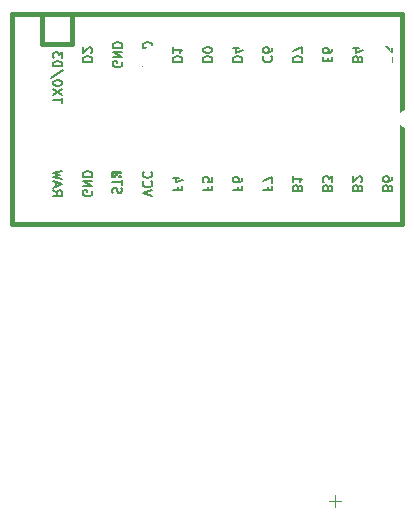
<source format=gbo>
%TF.GenerationSoftware,KiCad,Pcbnew,5.99.0+really5.1.10+dfsg1-1*%
%TF.CreationDate,2021-06-06T12:38:46-04:00*%
%TF.ProjectId,5x1_knob,3578315f-6b6e-46f6-922e-6b696361645f,rev?*%
%TF.SameCoordinates,Original*%
%TF.FileFunction,Legend,Bot*%
%TF.FilePolarity,Positive*%
%FSLAX46Y46*%
G04 Gerber Fmt 4.6, Leading zero omitted, Abs format (unit mm)*
G04 Created by KiCad (PCBNEW 5.99.0+really5.1.10+dfsg1-1) date 2021-06-06 12:38:46*
%MOMM*%
%LPD*%
G01*
G04 APERTURE LIST*
%ADD10C,0.120000*%
%ADD11C,0.381000*%
%ADD12C,0.150000*%
%ADD13C,2.000000*%
%ADD14R,3.200001X2.000000*%
%ADD15C,1.752600*%
%ADD16O,1.000000X1.000000*%
%ADD17O,1.700000X1.700000*%
%ADD18C,1.700000*%
%ADD19C,3.200000*%
%ADD20C,2.250000*%
%ADD21C,3.987800*%
%ADD22C,1.750000*%
G04 APERTURE END LIST*
D10*
%TO.C,SW_1*%
X25598500Y-41846500D02*
X26598500Y-41846500D01*
X26098500Y-41346500D02*
X26098500Y-42346500D01*
D11*
%TO.C,U1*%
X1270000Y-3175000D02*
X1270000Y-635000D01*
X-1270000Y-635000D02*
X1270000Y-635000D01*
X-1270000Y-18415000D02*
X-1270000Y-635000D01*
X1270000Y-18415000D02*
X-1270000Y-18415000D01*
D12*
G36*
X7749360Y-14456568D02*
G01*
X7949360Y-14456568D01*
X7949360Y-14356568D01*
X7749360Y-14356568D01*
X7749360Y-14456568D01*
G37*
X7749360Y-14456568D02*
X7949360Y-14456568D01*
X7949360Y-14356568D01*
X7749360Y-14356568D01*
X7749360Y-14456568D01*
G36*
X7149360Y-14056568D02*
G01*
X7949360Y-14056568D01*
X7949360Y-13956568D01*
X7149360Y-13956568D01*
X7149360Y-14056568D01*
G37*
X7149360Y-14056568D02*
X7949360Y-14056568D01*
X7949360Y-13956568D01*
X7149360Y-13956568D01*
X7149360Y-14056568D01*
G36*
X7149360Y-14456568D02*
G01*
X7249360Y-14456568D01*
X7249360Y-13956568D01*
X7149360Y-13956568D01*
X7149360Y-14456568D01*
G37*
X7149360Y-14456568D02*
X7249360Y-14456568D01*
X7249360Y-13956568D01*
X7149360Y-13956568D01*
X7149360Y-14456568D01*
G36*
X7549360Y-14256568D02*
G01*
X7649360Y-14256568D01*
X7649360Y-14156568D01*
X7549360Y-14156568D01*
X7549360Y-14256568D01*
G37*
X7549360Y-14256568D02*
X7649360Y-14256568D01*
X7649360Y-14156568D01*
X7549360Y-14156568D01*
X7549360Y-14256568D01*
G36*
X7149360Y-14456568D02*
G01*
X7449360Y-14456568D01*
X7449360Y-14356568D01*
X7149360Y-14356568D01*
X7149360Y-14456568D01*
G37*
X7149360Y-14456568D02*
X7449360Y-14456568D01*
X7449360Y-14356568D01*
X7149360Y-14356568D01*
X7149360Y-14456568D01*
D11*
X3810000Y-3175000D02*
X3810000Y-635000D01*
X1270000Y-3175000D02*
X3810000Y-3175000D01*
X31750000Y-18415000D02*
X1270000Y-18415000D01*
X31750000Y-635000D02*
X31750000Y-18415000D01*
X1270000Y-635000D02*
X31750000Y-635000D01*
D12*
X2978095Y-8143604D02*
X2978095Y-7686461D01*
X2178095Y-7915032D02*
X2978095Y-7915032D01*
X2978095Y-7495985D02*
X2178095Y-6962651D01*
X2978095Y-6962651D02*
X2178095Y-7495985D01*
X2978095Y-6505508D02*
X2978095Y-6429318D01*
X2940000Y-6353128D01*
X2901904Y-6315032D01*
X2825714Y-6276937D01*
X2673333Y-6238842D01*
X2482857Y-6238842D01*
X2330476Y-6276937D01*
X2254285Y-6315032D01*
X2216190Y-6353128D01*
X2178095Y-6429318D01*
X2178095Y-6505508D01*
X2216190Y-6581699D01*
X2254285Y-6619794D01*
X2330476Y-6657889D01*
X2482857Y-6695985D01*
X2673333Y-6695985D01*
X2825714Y-6657889D01*
X2901904Y-6619794D01*
X2940000Y-6581699D01*
X2978095Y-6505508D01*
X3016190Y-5324556D02*
X1987619Y-6010270D01*
X2178095Y-5057889D02*
X2978095Y-5057889D01*
X2978095Y-4867413D01*
X2940000Y-4753128D01*
X2863809Y-4676937D01*
X2787619Y-4638842D01*
X2635238Y-4600747D01*
X2520952Y-4600747D01*
X2368571Y-4638842D01*
X2292380Y-4676937D01*
X2216190Y-4753128D01*
X2178095Y-4867413D01*
X2178095Y-5057889D01*
X2978095Y-4334080D02*
X2978095Y-3838842D01*
X2673333Y-4105508D01*
X2673333Y-3991223D01*
X2635238Y-3915032D01*
X2597142Y-3876937D01*
X2520952Y-3838842D01*
X2330476Y-3838842D01*
X2254285Y-3876937D01*
X2216190Y-3915032D01*
X2178095Y-3991223D01*
X2178095Y-4219794D01*
X2216190Y-4295985D01*
X2254285Y-4334080D01*
X4718095Y-4654476D02*
X5518095Y-4654476D01*
X5518095Y-4464000D01*
X5480000Y-4349714D01*
X5403809Y-4273523D01*
X5327619Y-4235428D01*
X5175238Y-4197333D01*
X5060952Y-4197333D01*
X4908571Y-4235428D01*
X4832380Y-4273523D01*
X4756190Y-4349714D01*
X4718095Y-4464000D01*
X4718095Y-4654476D01*
X5441904Y-3892571D02*
X5480000Y-3854476D01*
X5518095Y-3778285D01*
X5518095Y-3587809D01*
X5480000Y-3511619D01*
X5441904Y-3473523D01*
X5365714Y-3435428D01*
X5289523Y-3435428D01*
X5175238Y-3473523D01*
X4718095Y-3930666D01*
X4718095Y-3435428D01*
X14878095Y-4654476D02*
X15678095Y-4654476D01*
X15678095Y-4464000D01*
X15640000Y-4349714D01*
X15563809Y-4273523D01*
X15487619Y-4235428D01*
X15335238Y-4197333D01*
X15220952Y-4197333D01*
X15068571Y-4235428D01*
X14992380Y-4273523D01*
X14916190Y-4349714D01*
X14878095Y-4464000D01*
X14878095Y-4654476D01*
X15678095Y-3702095D02*
X15678095Y-3625904D01*
X15640000Y-3549714D01*
X15601904Y-3511619D01*
X15525714Y-3473523D01*
X15373333Y-3435428D01*
X15182857Y-3435428D01*
X15030476Y-3473523D01*
X14954285Y-3511619D01*
X14916190Y-3549714D01*
X14878095Y-3625904D01*
X14878095Y-3702095D01*
X14916190Y-3778285D01*
X14954285Y-3816380D01*
X15030476Y-3854476D01*
X15182857Y-3892571D01*
X15373333Y-3892571D01*
X15525714Y-3854476D01*
X15601904Y-3816380D01*
X15640000Y-3778285D01*
X15678095Y-3702095D01*
X12338095Y-4654476D02*
X13138095Y-4654476D01*
X13138095Y-4464000D01*
X13100000Y-4349714D01*
X13023809Y-4273523D01*
X12947619Y-4235428D01*
X12795238Y-4197333D01*
X12680952Y-4197333D01*
X12528571Y-4235428D01*
X12452380Y-4273523D01*
X12376190Y-4349714D01*
X12338095Y-4464000D01*
X12338095Y-4654476D01*
X12338095Y-3435428D02*
X12338095Y-3892571D01*
X12338095Y-3664000D02*
X13138095Y-3664000D01*
X13023809Y-3740190D01*
X12947619Y-3816380D01*
X12909523Y-3892571D01*
X10560000Y-4673523D02*
X10598095Y-4749714D01*
X10598095Y-4864000D01*
X10560000Y-4978285D01*
X10483809Y-5054476D01*
X10407619Y-5092571D01*
X10255238Y-5130666D01*
X10140952Y-5130666D01*
X9988571Y-5092571D01*
X9912380Y-5054476D01*
X9836190Y-4978285D01*
X9798095Y-4864000D01*
X9798095Y-4787809D01*
X9836190Y-4673523D01*
X9874285Y-4635428D01*
X10140952Y-4635428D01*
X10140952Y-4787809D01*
X9798095Y-4292571D02*
X10598095Y-4292571D01*
X9798095Y-3835428D01*
X10598095Y-3835428D01*
X9798095Y-3454476D02*
X10598095Y-3454476D01*
X10598095Y-3264000D01*
X10560000Y-3149714D01*
X10483809Y-3073523D01*
X10407619Y-3035428D01*
X10255238Y-2997333D01*
X10140952Y-2997333D01*
X9988571Y-3035428D01*
X9912380Y-3073523D01*
X9836190Y-3149714D01*
X9798095Y-3264000D01*
X9798095Y-3454476D01*
X8020000Y-4673523D02*
X8058095Y-4749714D01*
X8058095Y-4864000D01*
X8020000Y-4978285D01*
X7943809Y-5054476D01*
X7867619Y-5092571D01*
X7715238Y-5130666D01*
X7600952Y-5130666D01*
X7448571Y-5092571D01*
X7372380Y-5054476D01*
X7296190Y-4978285D01*
X7258095Y-4864000D01*
X7258095Y-4787809D01*
X7296190Y-4673523D01*
X7334285Y-4635428D01*
X7600952Y-4635428D01*
X7600952Y-4787809D01*
X7258095Y-4292571D02*
X8058095Y-4292571D01*
X7258095Y-3835428D01*
X8058095Y-3835428D01*
X7258095Y-3454476D02*
X8058095Y-3454476D01*
X8058095Y-3264000D01*
X8020000Y-3149714D01*
X7943809Y-3073523D01*
X7867619Y-3035428D01*
X7715238Y-2997333D01*
X7600952Y-2997333D01*
X7448571Y-3035428D01*
X7372380Y-3073523D01*
X7296190Y-3149714D01*
X7258095Y-3264000D01*
X7258095Y-3454476D01*
X17418095Y-4654476D02*
X18218095Y-4654476D01*
X18218095Y-4464000D01*
X18180000Y-4349714D01*
X18103809Y-4273523D01*
X18027619Y-4235428D01*
X17875238Y-4197333D01*
X17760952Y-4197333D01*
X17608571Y-4235428D01*
X17532380Y-4273523D01*
X17456190Y-4349714D01*
X17418095Y-4464000D01*
X17418095Y-4654476D01*
X17951428Y-3511619D02*
X17418095Y-3511619D01*
X18256190Y-3702095D02*
X17684761Y-3892571D01*
X17684761Y-3397333D01*
X20034285Y-4197333D02*
X19996190Y-4235428D01*
X19958095Y-4349714D01*
X19958095Y-4425904D01*
X19996190Y-4540190D01*
X20072380Y-4616380D01*
X20148571Y-4654476D01*
X20300952Y-4692571D01*
X20415238Y-4692571D01*
X20567619Y-4654476D01*
X20643809Y-4616380D01*
X20720000Y-4540190D01*
X20758095Y-4425904D01*
X20758095Y-4349714D01*
X20720000Y-4235428D01*
X20681904Y-4197333D01*
X20758095Y-3511619D02*
X20758095Y-3664000D01*
X20720000Y-3740190D01*
X20681904Y-3778285D01*
X20567619Y-3854476D01*
X20415238Y-3892571D01*
X20110476Y-3892571D01*
X20034285Y-3854476D01*
X19996190Y-3816380D01*
X19958095Y-3740190D01*
X19958095Y-3587809D01*
X19996190Y-3511619D01*
X20034285Y-3473523D01*
X20110476Y-3435428D01*
X20300952Y-3435428D01*
X20377142Y-3473523D01*
X20415238Y-3511619D01*
X20453333Y-3587809D01*
X20453333Y-3740190D01*
X20415238Y-3816380D01*
X20377142Y-3854476D01*
X20300952Y-3892571D01*
X22498095Y-4654476D02*
X23298095Y-4654476D01*
X23298095Y-4464000D01*
X23260000Y-4349714D01*
X23183809Y-4273523D01*
X23107619Y-4235428D01*
X22955238Y-4197333D01*
X22840952Y-4197333D01*
X22688571Y-4235428D01*
X22612380Y-4273523D01*
X22536190Y-4349714D01*
X22498095Y-4464000D01*
X22498095Y-4654476D01*
X23298095Y-3930666D02*
X23298095Y-3397333D01*
X22498095Y-3740190D01*
X25457142Y-4616380D02*
X25457142Y-4349714D01*
X25038095Y-4235428D02*
X25038095Y-4616380D01*
X25838095Y-4616380D01*
X25838095Y-4235428D01*
X25838095Y-3549714D02*
X25838095Y-3702095D01*
X25800000Y-3778285D01*
X25761904Y-3816380D01*
X25647619Y-3892571D01*
X25495238Y-3930666D01*
X25190476Y-3930666D01*
X25114285Y-3892571D01*
X25076190Y-3854476D01*
X25038095Y-3778285D01*
X25038095Y-3625904D01*
X25076190Y-3549714D01*
X25114285Y-3511619D01*
X25190476Y-3473523D01*
X25380952Y-3473523D01*
X25457142Y-3511619D01*
X25495238Y-3549714D01*
X25533333Y-3625904D01*
X25533333Y-3778285D01*
X25495238Y-3854476D01*
X25457142Y-3892571D01*
X25380952Y-3930666D01*
X27997142Y-4387809D02*
X27959047Y-4273523D01*
X27920952Y-4235428D01*
X27844761Y-4197333D01*
X27730476Y-4197333D01*
X27654285Y-4235428D01*
X27616190Y-4273523D01*
X27578095Y-4349714D01*
X27578095Y-4654476D01*
X28378095Y-4654476D01*
X28378095Y-4387809D01*
X28340000Y-4311619D01*
X28301904Y-4273523D01*
X28225714Y-4235428D01*
X28149523Y-4235428D01*
X28073333Y-4273523D01*
X28035238Y-4311619D01*
X27997142Y-4387809D01*
X27997142Y-4654476D01*
X28111428Y-3511619D02*
X27578095Y-3511619D01*
X28416190Y-3702095D02*
X27844761Y-3892571D01*
X27844761Y-3397333D01*
X30537142Y-4387809D02*
X30499047Y-4273523D01*
X30460952Y-4235428D01*
X30384761Y-4197333D01*
X30270476Y-4197333D01*
X30194285Y-4235428D01*
X30156190Y-4273523D01*
X30118095Y-4349714D01*
X30118095Y-4654476D01*
X30918095Y-4654476D01*
X30918095Y-4387809D01*
X30880000Y-4311619D01*
X30841904Y-4273523D01*
X30765714Y-4235428D01*
X30689523Y-4235428D01*
X30613333Y-4273523D01*
X30575238Y-4311619D01*
X30537142Y-4387809D01*
X30537142Y-4654476D01*
X30918095Y-3473523D02*
X30918095Y-3854476D01*
X30537142Y-3892571D01*
X30575238Y-3854476D01*
X30613333Y-3778285D01*
X30613333Y-3587809D01*
X30575238Y-3511619D01*
X30537142Y-3473523D01*
X30460952Y-3435428D01*
X30270476Y-3435428D01*
X30194285Y-3473523D01*
X30156190Y-3511619D01*
X30118095Y-3587809D01*
X30118095Y-3778285D01*
X30156190Y-3854476D01*
X30194285Y-3892571D01*
X30537142Y-15309809D02*
X30499047Y-15195523D01*
X30460952Y-15157428D01*
X30384761Y-15119333D01*
X30270476Y-15119333D01*
X30194285Y-15157428D01*
X30156190Y-15195523D01*
X30118095Y-15271714D01*
X30118095Y-15576476D01*
X30918095Y-15576476D01*
X30918095Y-15309809D01*
X30880000Y-15233619D01*
X30841904Y-15195523D01*
X30765714Y-15157428D01*
X30689523Y-15157428D01*
X30613333Y-15195523D01*
X30575238Y-15233619D01*
X30537142Y-15309809D01*
X30537142Y-15576476D01*
X30918095Y-14433619D02*
X30918095Y-14586000D01*
X30880000Y-14662190D01*
X30841904Y-14700285D01*
X30727619Y-14776476D01*
X30575238Y-14814571D01*
X30270476Y-14814571D01*
X30194285Y-14776476D01*
X30156190Y-14738380D01*
X30118095Y-14662190D01*
X30118095Y-14509809D01*
X30156190Y-14433619D01*
X30194285Y-14395523D01*
X30270476Y-14357428D01*
X30460952Y-14357428D01*
X30537142Y-14395523D01*
X30575238Y-14433619D01*
X30613333Y-14509809D01*
X30613333Y-14662190D01*
X30575238Y-14738380D01*
X30537142Y-14776476D01*
X30460952Y-14814571D01*
X25457142Y-15309809D02*
X25419047Y-15195523D01*
X25380952Y-15157428D01*
X25304761Y-15119333D01*
X25190476Y-15119333D01*
X25114285Y-15157428D01*
X25076190Y-15195523D01*
X25038095Y-15271714D01*
X25038095Y-15576476D01*
X25838095Y-15576476D01*
X25838095Y-15309809D01*
X25800000Y-15233619D01*
X25761904Y-15195523D01*
X25685714Y-15157428D01*
X25609523Y-15157428D01*
X25533333Y-15195523D01*
X25495238Y-15233619D01*
X25457142Y-15309809D01*
X25457142Y-15576476D01*
X25838095Y-14852666D02*
X25838095Y-14357428D01*
X25533333Y-14624095D01*
X25533333Y-14509809D01*
X25495238Y-14433619D01*
X25457142Y-14395523D01*
X25380952Y-14357428D01*
X25190476Y-14357428D01*
X25114285Y-14395523D01*
X25076190Y-14433619D01*
X25038095Y-14509809D01*
X25038095Y-14738380D01*
X25076190Y-14814571D01*
X25114285Y-14852666D01*
X22917142Y-15309809D02*
X22879047Y-15195523D01*
X22840952Y-15157428D01*
X22764761Y-15119333D01*
X22650476Y-15119333D01*
X22574285Y-15157428D01*
X22536190Y-15195523D01*
X22498095Y-15271714D01*
X22498095Y-15576476D01*
X23298095Y-15576476D01*
X23298095Y-15309809D01*
X23260000Y-15233619D01*
X23221904Y-15195523D01*
X23145714Y-15157428D01*
X23069523Y-15157428D01*
X22993333Y-15195523D01*
X22955238Y-15233619D01*
X22917142Y-15309809D01*
X22917142Y-15576476D01*
X22498095Y-14357428D02*
X22498095Y-14814571D01*
X22498095Y-14586000D02*
X23298095Y-14586000D01*
X23183809Y-14662190D01*
X23107619Y-14738380D01*
X23069523Y-14814571D01*
X12757142Y-15252666D02*
X12757142Y-15519333D01*
X12338095Y-15519333D02*
X13138095Y-15519333D01*
X13138095Y-15138380D01*
X12871428Y-14490761D02*
X12338095Y-14490761D01*
X13176190Y-14681238D02*
X12604761Y-14871714D01*
X12604761Y-14376476D01*
X10598095Y-16052666D02*
X9798095Y-15786000D01*
X10598095Y-15519333D01*
X9874285Y-14795523D02*
X9836190Y-14833619D01*
X9798095Y-14947904D01*
X9798095Y-15024095D01*
X9836190Y-15138380D01*
X9912380Y-15214571D01*
X9988571Y-15252666D01*
X10140952Y-15290761D01*
X10255238Y-15290761D01*
X10407619Y-15252666D01*
X10483809Y-15214571D01*
X10560000Y-15138380D01*
X10598095Y-15024095D01*
X10598095Y-14947904D01*
X10560000Y-14833619D01*
X10521904Y-14795523D01*
X9874285Y-13995523D02*
X9836190Y-14033619D01*
X9798095Y-14147904D01*
X9798095Y-14224095D01*
X9836190Y-14338380D01*
X9912380Y-14414571D01*
X9988571Y-14452666D01*
X10140952Y-14490761D01*
X10255238Y-14490761D01*
X10407619Y-14452666D01*
X10483809Y-14414571D01*
X10560000Y-14338380D01*
X10598095Y-14224095D01*
X10598095Y-14147904D01*
X10560000Y-14033619D01*
X10521904Y-13995523D01*
X7266190Y-15791453D02*
X7228095Y-15677167D01*
X7228095Y-15486691D01*
X7266190Y-15410500D01*
X7304285Y-15372405D01*
X7380476Y-15334310D01*
X7456666Y-15334310D01*
X7532857Y-15372405D01*
X7570952Y-15410500D01*
X7609047Y-15486691D01*
X7647142Y-15639072D01*
X7685238Y-15715262D01*
X7723333Y-15753358D01*
X7799523Y-15791453D01*
X7875714Y-15791453D01*
X7951904Y-15753358D01*
X7990000Y-15715262D01*
X8028095Y-15639072D01*
X8028095Y-15448596D01*
X7990000Y-15334310D01*
X8028095Y-15105739D02*
X8028095Y-14648596D01*
X7228095Y-14877167D02*
X8028095Y-14877167D01*
X5480000Y-15595523D02*
X5518095Y-15671714D01*
X5518095Y-15786000D01*
X5480000Y-15900285D01*
X5403809Y-15976476D01*
X5327619Y-16014571D01*
X5175238Y-16052666D01*
X5060952Y-16052666D01*
X4908571Y-16014571D01*
X4832380Y-15976476D01*
X4756190Y-15900285D01*
X4718095Y-15786000D01*
X4718095Y-15709809D01*
X4756190Y-15595523D01*
X4794285Y-15557428D01*
X5060952Y-15557428D01*
X5060952Y-15709809D01*
X4718095Y-15214571D02*
X5518095Y-15214571D01*
X4718095Y-14757428D01*
X5518095Y-14757428D01*
X4718095Y-14376476D02*
X5518095Y-14376476D01*
X5518095Y-14186000D01*
X5480000Y-14071714D01*
X5403809Y-13995523D01*
X5327619Y-13957428D01*
X5175238Y-13919333D01*
X5060952Y-13919333D01*
X4908571Y-13957428D01*
X4832380Y-13995523D01*
X4756190Y-14071714D01*
X4718095Y-14186000D01*
X4718095Y-14376476D01*
X2178095Y-15538380D02*
X2559047Y-15805047D01*
X2178095Y-15995523D02*
X2978095Y-15995523D01*
X2978095Y-15690761D01*
X2940000Y-15614571D01*
X2901904Y-15576476D01*
X2825714Y-15538380D01*
X2711428Y-15538380D01*
X2635238Y-15576476D01*
X2597142Y-15614571D01*
X2559047Y-15690761D01*
X2559047Y-15995523D01*
X2406666Y-15233619D02*
X2406666Y-14852666D01*
X2178095Y-15309809D02*
X2978095Y-15043142D01*
X2178095Y-14776476D01*
X2978095Y-14586000D02*
X2178095Y-14395523D01*
X2749523Y-14243142D01*
X2178095Y-14090761D01*
X2978095Y-13900285D01*
X15297142Y-15252666D02*
X15297142Y-15519333D01*
X14878095Y-15519333D02*
X15678095Y-15519333D01*
X15678095Y-15138380D01*
X15678095Y-14452666D02*
X15678095Y-14833619D01*
X15297142Y-14871714D01*
X15335238Y-14833619D01*
X15373333Y-14757428D01*
X15373333Y-14566952D01*
X15335238Y-14490761D01*
X15297142Y-14452666D01*
X15220952Y-14414571D01*
X15030476Y-14414571D01*
X14954285Y-14452666D01*
X14916190Y-14490761D01*
X14878095Y-14566952D01*
X14878095Y-14757428D01*
X14916190Y-14833619D01*
X14954285Y-14871714D01*
X17837142Y-15252666D02*
X17837142Y-15519333D01*
X17418095Y-15519333D02*
X18218095Y-15519333D01*
X18218095Y-15138380D01*
X18218095Y-14490761D02*
X18218095Y-14643142D01*
X18180000Y-14719333D01*
X18141904Y-14757428D01*
X18027619Y-14833619D01*
X17875238Y-14871714D01*
X17570476Y-14871714D01*
X17494285Y-14833619D01*
X17456190Y-14795523D01*
X17418095Y-14719333D01*
X17418095Y-14566952D01*
X17456190Y-14490761D01*
X17494285Y-14452666D01*
X17570476Y-14414571D01*
X17760952Y-14414571D01*
X17837142Y-14452666D01*
X17875238Y-14490761D01*
X17913333Y-14566952D01*
X17913333Y-14719333D01*
X17875238Y-14795523D01*
X17837142Y-14833619D01*
X17760952Y-14871714D01*
X20377142Y-15252666D02*
X20377142Y-15519333D01*
X19958095Y-15519333D02*
X20758095Y-15519333D01*
X20758095Y-15138380D01*
X20758095Y-14909809D02*
X20758095Y-14376476D01*
X19958095Y-14719333D01*
X27997142Y-15309809D02*
X27959047Y-15195523D01*
X27920952Y-15157428D01*
X27844761Y-15119333D01*
X27730476Y-15119333D01*
X27654285Y-15157428D01*
X27616190Y-15195523D01*
X27578095Y-15271714D01*
X27578095Y-15576476D01*
X28378095Y-15576476D01*
X28378095Y-15309809D01*
X28340000Y-15233619D01*
X28301904Y-15195523D01*
X28225714Y-15157428D01*
X28149523Y-15157428D01*
X28073333Y-15195523D01*
X28035238Y-15233619D01*
X27997142Y-15309809D01*
X27997142Y-15576476D01*
X28301904Y-14814571D02*
X28340000Y-14776476D01*
X28378095Y-14700285D01*
X28378095Y-14509809D01*
X28340000Y-14433619D01*
X28301904Y-14395523D01*
X28225714Y-14357428D01*
X28149523Y-14357428D01*
X28035238Y-14395523D01*
X27578095Y-14852666D01*
X27578095Y-14357428D01*
%TD*%
%LPC*%
%TO.C,SW_1*%
G36*
G01*
X34598500Y-42346500D02*
X34598500Y-41346500D01*
G75*
G02*
X35098500Y-40846500I500000J0D01*
G01*
X36098500Y-40846500D01*
G75*
G02*
X36598500Y-41346500I0J-500000D01*
G01*
X36598500Y-42346500D01*
G75*
G02*
X36098500Y-42846500I-500000J0D01*
G01*
X35098500Y-42846500D01*
G75*
G02*
X34598500Y-42346500I0J500000D01*
G01*
G37*
D13*
X35598500Y-44346500D03*
X35598500Y-39346500D03*
X33098500Y-44346500D03*
X33098500Y-39346500D03*
D14*
X26098500Y-47446500D03*
X26098500Y-36246500D03*
D13*
X18598500Y-44346500D03*
G36*
G01*
X17598500Y-42346500D02*
X17598500Y-41346500D01*
G75*
G02*
X18098500Y-40846500I500000J0D01*
G01*
X19098500Y-40846500D01*
G75*
G02*
X19598500Y-41346500I0J-500000D01*
G01*
X19598500Y-42346500D01*
G75*
G02*
X19098500Y-42846500I-500000J0D01*
G01*
X18098500Y-42846500D01*
G75*
G02*
X17598500Y-42346500I0J500000D01*
G01*
G37*
X18598500Y-39346500D03*
%TD*%
D15*
%TO.C,U1*%
X2540000Y-17145000D03*
X30480000Y-1905000D03*
X5080000Y-17145000D03*
X7620000Y-17145000D03*
X10160000Y-17145000D03*
X12700000Y-17145000D03*
X15240000Y-17145000D03*
X17780000Y-17145000D03*
X20320000Y-17145000D03*
X22860000Y-17145000D03*
X25400000Y-17145000D03*
X27940000Y-17145000D03*
X30480000Y-17145000D03*
X27940000Y-1905000D03*
X25400000Y-1905000D03*
X22860000Y-1905000D03*
X20320000Y-1905000D03*
X17780000Y-1905000D03*
X15240000Y-1905000D03*
X12700000Y-1905000D03*
X10160000Y-1905000D03*
X7620000Y-1905000D03*
X5080000Y-1905000D03*
G36*
G01*
X1663700Y-2343150D02*
X1663700Y-1466850D01*
G75*
G02*
X2101850Y-1028700I438150J0D01*
G01*
X2978150Y-1028700D01*
G75*
G02*
X3416300Y-1466850I0J-438150D01*
G01*
X3416300Y-2343150D01*
G75*
G02*
X2978150Y-2781300I-438150J0D01*
G01*
X2101850Y-2781300D01*
G75*
G02*
X1663700Y-2343150I0J438150D01*
G01*
G37*
%TD*%
D16*
%TO.C,J_0*%
X92583000Y-15176500D03*
X92583000Y-13906500D03*
X92583000Y-12636500D03*
X92583000Y-11366500D03*
X92583000Y-10096500D03*
X92583000Y-8826500D03*
X92583000Y-7556500D03*
X92583000Y-6286500D03*
X92583000Y-5016500D03*
G36*
G01*
X92083000Y-3996500D02*
X92083000Y-3496500D01*
G75*
G02*
X92333000Y-3246500I250000J0D01*
G01*
X92833000Y-3246500D01*
G75*
G02*
X93083000Y-3496500I0J-250000D01*
G01*
X93083000Y-3996500D01*
G75*
G02*
X92833000Y-4246500I-250000J0D01*
G01*
X92333000Y-4246500D01*
G75*
G02*
X92083000Y-3996500I0J250000D01*
G01*
G37*
%TD*%
%TO.C,SW_2*%
G36*
G01*
X15185000Y-46081500D02*
X15185000Y-45231500D01*
G75*
G02*
X15610000Y-44806500I425000J0D01*
G01*
X16460000Y-44806500D01*
G75*
G02*
X16885000Y-45231500I0J-425000D01*
G01*
X16885000Y-46081500D01*
G75*
G02*
X16460000Y-46506500I-425000J0D01*
G01*
X15610000Y-46506500D01*
G75*
G02*
X15185000Y-46081500I0J425000D01*
G01*
G37*
D17*
X16035000Y-43116500D03*
G36*
G01*
X15185000Y-41001500D02*
X15185000Y-40151500D01*
G75*
G02*
X15610000Y-39726500I425000J0D01*
G01*
X16460000Y-39726500D01*
G75*
G02*
X16885000Y-40151500I0J-425000D01*
G01*
X16885000Y-41001500D01*
G75*
G02*
X16460000Y-41426500I-425000J0D01*
G01*
X15610000Y-41426500D01*
G75*
G02*
X15185000Y-41001500I0J425000D01*
G01*
G37*
D18*
X16035000Y-38036500D03*
%TD*%
D16*
%TO.C,J_2*%
X28638500Y-51371500D03*
X27368500Y-51371500D03*
X26098500Y-51371500D03*
X24828500Y-51371500D03*
G36*
G01*
X23808500Y-51871500D02*
X23308500Y-51871500D01*
G75*
G02*
X23058500Y-51621500I0J250000D01*
G01*
X23058500Y-51121500D01*
G75*
G02*
X23308500Y-50871500I250000J0D01*
G01*
X23808500Y-50871500D01*
G75*
G02*
X24058500Y-51121500I0J-250000D01*
G01*
X24058500Y-51621500D01*
G75*
G02*
X23808500Y-51871500I-250000J0D01*
G01*
G37*
%TD*%
%TO.C,J_1*%
X29273500Y-32321500D03*
X28003500Y-32321500D03*
X26733500Y-32321500D03*
X25463500Y-32321500D03*
X24193500Y-32321500D03*
G36*
G01*
X23173500Y-32821500D02*
X22673500Y-32821500D01*
G75*
G02*
X22423500Y-32571500I0J250000D01*
G01*
X22423500Y-32071500D01*
G75*
G02*
X22673500Y-31821500I250000J0D01*
G01*
X23173500Y-31821500D01*
G75*
G02*
X23423500Y-32071500I0J-250000D01*
G01*
X23423500Y-32571500D01*
G75*
G02*
X23173500Y-32821500I-250000J0D01*
G01*
G37*
%TD*%
D19*
%TO.C,REF\u002A\u002A*%
X35623500Y-32321500D03*
%TD*%
%TO.C,REF\u002A\u002A*%
X16573500Y-32321500D03*
%TD*%
%TO.C,REF\u002A\u002A*%
X16573500Y-51371500D03*
%TD*%
%TO.C,REF\u002A\u002A*%
X35623500Y-51371500D03*
%TD*%
D20*
%TO.C,MX_5*%
X86931500Y-4445000D03*
D21*
X84391500Y-9525000D03*
D20*
X80581500Y-6985000D03*
D22*
X79311500Y-9525000D03*
X89471500Y-9525000D03*
%TD*%
D20*
%TO.C,MX_4*%
X67881500Y-4445000D03*
D21*
X65341500Y-9525000D03*
D20*
X61531500Y-6985000D03*
D22*
X60261500Y-9525000D03*
X70421500Y-9525000D03*
%TD*%
D20*
%TO.C,MX_3*%
X48831500Y-4445000D03*
D21*
X46291500Y-9525000D03*
D20*
X42481500Y-6985000D03*
D22*
X41211500Y-9525000D03*
X51371500Y-9525000D03*
%TD*%
D20*
%TO.C,MX_2*%
X29781500Y-4445000D03*
D21*
X27241500Y-9525000D03*
D20*
X23431500Y-6985000D03*
D22*
X22161500Y-9525000D03*
X32321500Y-9525000D03*
%TD*%
D20*
%TO.C,MX_1*%
X10731500Y-4445000D03*
D21*
X8191500Y-9525000D03*
D20*
X4381500Y-6985000D03*
D22*
X3111500Y-9525000D03*
X13271500Y-9525000D03*
%TD*%
M02*

</source>
